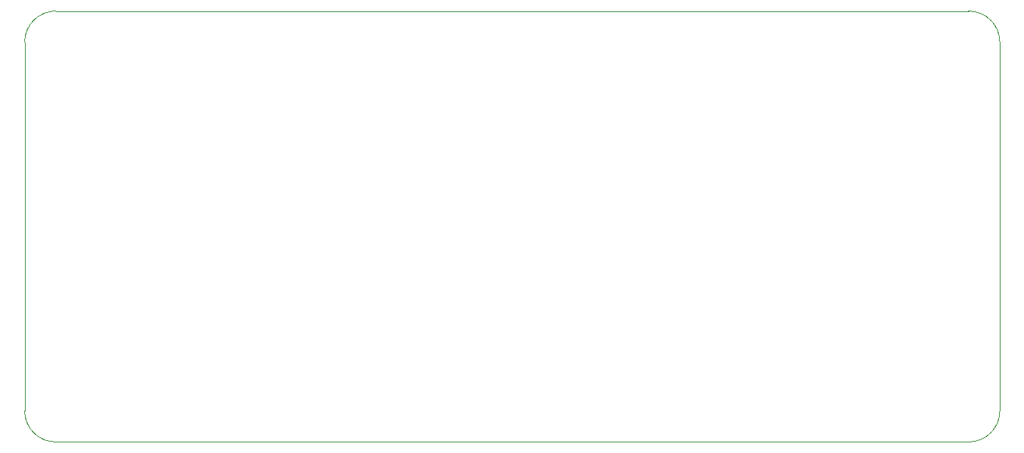
<source format=gm1>
G04 #@! TF.GenerationSoftware,KiCad,Pcbnew,8.0.0-rc1*
G04 #@! TF.CreationDate,2025-07-19T19:17:19+02:00*
G04 #@! TF.ProjectId,Pneumatic control unit system,506e6575-6d61-4746-9963-20636f6e7472,rev?*
G04 #@! TF.SameCoordinates,Original*
G04 #@! TF.FileFunction,Profile,NP*
%FSLAX46Y46*%
G04 Gerber Fmt 4.6, Leading zero omitted, Abs format (unit mm)*
G04 Created by KiCad (PCBNEW 8.0.0-rc1) date 2025-07-19 19:17:19*
%MOMM*%
%LPD*%
G01*
G04 APERTURE LIST*
G04 #@! TA.AperFunction,Profile*
%ADD10C,0.050000*%
G04 #@! TD*
G04 APERTURE END LIST*
D10*
X100000000Y-146000000D02*
X100000000Y-104750000D01*
X209100000Y-104750000D02*
X209100000Y-146000000D01*
X209100000Y-146000000D02*
G75*
G02*
X205600000Y-149500000I-3500000J0D01*
G01*
X103500000Y-101250000D02*
X205600000Y-101250000D01*
X103500000Y-149500000D02*
G75*
G02*
X100000000Y-146000000I0J3500000D01*
G01*
X205600000Y-101250000D02*
G75*
G02*
X209100000Y-104750000I0J-3500000D01*
G01*
X205600000Y-149500000D02*
X103500000Y-149500000D01*
X100000000Y-104750000D02*
G75*
G02*
X103500000Y-101250000I3500000J0D01*
G01*
M02*

</source>
